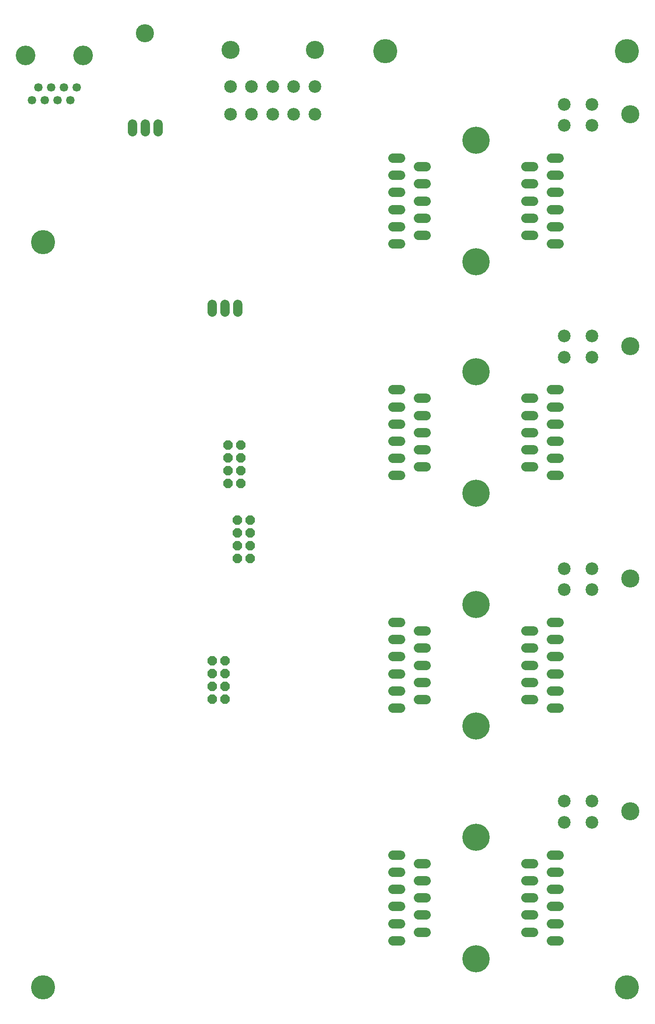
<source format=gbr>
G04 EAGLE Gerber RS-274X export*
G75*
%MOMM*%
%FSLAX34Y34*%
%LPD*%
%INSoldermask Bottom*%
%IPPOS*%
%AMOC8*
5,1,8,0,0,1.08239X$1,22.5*%
G01*
%ADD10C,4.800000*%
%ADD11C,3.600000*%
%ADD12C,1.828800*%
%ADD13C,1.689600*%
%ADD14C,3.901438*%
%ADD15P,1.979475X8X292.500000*%
%ADD16C,2.520000*%
%ADD17C,5.400000*%
%ADD18P,1.979475X8X112.500000*%


D10*
X1230000Y70000D03*
X1230000Y1930000D03*
X70000Y70000D03*
X70000Y1550000D03*
X750000Y1930000D03*
D11*
X272500Y1965000D03*
D12*
X247300Y1784720D02*
X247300Y1769480D01*
X272700Y1769480D02*
X272700Y1784720D01*
X298100Y1784720D02*
X298100Y1769480D01*
X456800Y1427120D02*
X456800Y1411880D01*
X431400Y1411880D02*
X431400Y1427120D01*
X406000Y1427120D02*
X406000Y1411880D01*
D13*
X98321Y1832459D03*
X111021Y1857859D03*
X123721Y1832459D03*
X85621Y1857859D03*
X136421Y1857859D03*
X72921Y1832459D03*
X60221Y1857859D03*
X47521Y1832459D03*
D14*
X149121Y1921359D03*
X34821Y1921359D03*
D15*
X456300Y998100D03*
X456300Y972700D03*
X456300Y947300D03*
X456300Y921900D03*
X481700Y998100D03*
X481700Y972700D03*
X481700Y947300D03*
X481700Y921900D03*
X437300Y1147100D03*
X437300Y1121700D03*
X437300Y1096300D03*
X437300Y1070900D03*
X462700Y1147100D03*
X462700Y1121700D03*
X462700Y1096300D03*
X462700Y1070900D03*
D16*
X484000Y1859500D03*
X442000Y1859500D03*
X442000Y1804500D03*
X484000Y1804500D03*
X526000Y1859500D03*
X526000Y1804500D03*
X568000Y1859500D03*
X568000Y1804500D03*
X610000Y1859500D03*
X610000Y1804500D03*
D11*
X610000Y1932500D03*
X442000Y1932500D03*
D12*
X765180Y1717090D02*
X780420Y1717090D01*
X815980Y1700072D02*
X831220Y1700072D01*
X780420Y1683054D02*
X765180Y1683054D01*
X815980Y1666036D02*
X831220Y1666036D01*
X780420Y1649018D02*
X765180Y1649018D01*
X815980Y1632000D02*
X831220Y1632000D01*
X780420Y1614982D02*
X765180Y1614982D01*
X815980Y1597964D02*
X831220Y1597964D01*
X780420Y1580946D02*
X765180Y1580946D01*
X815980Y1563928D02*
X831220Y1563928D01*
X780420Y1546910D02*
X765180Y1546910D01*
X1079580Y1546910D02*
X1094820Y1546910D01*
X1044020Y1563928D02*
X1028780Y1563928D01*
X1079580Y1580946D02*
X1094820Y1580946D01*
X1044020Y1597964D02*
X1028780Y1597964D01*
X1079580Y1614982D02*
X1094820Y1614982D01*
X1044020Y1632000D02*
X1028780Y1632000D01*
X1079580Y1649018D02*
X1094820Y1649018D01*
X1044020Y1666036D02*
X1028780Y1666036D01*
X1079580Y1683054D02*
X1094820Y1683054D01*
X1044020Y1700072D02*
X1028780Y1700072D01*
X1079580Y1717090D02*
X1094820Y1717090D01*
D16*
X1160000Y1782000D03*
X1160000Y1824000D03*
X1105000Y1824000D03*
X1105000Y1782000D03*
D11*
X1236500Y1804000D03*
D17*
X930000Y1752650D03*
X930000Y1511350D03*
D12*
X780420Y1257090D02*
X765180Y1257090D01*
X815980Y1240072D02*
X831220Y1240072D01*
X780420Y1223054D02*
X765180Y1223054D01*
X815980Y1206036D02*
X831220Y1206036D01*
X780420Y1189018D02*
X765180Y1189018D01*
X815980Y1172000D02*
X831220Y1172000D01*
X780420Y1154982D02*
X765180Y1154982D01*
X815980Y1137964D02*
X831220Y1137964D01*
X780420Y1120946D02*
X765180Y1120946D01*
X815980Y1103928D02*
X831220Y1103928D01*
X780420Y1086910D02*
X765180Y1086910D01*
X1079580Y1086910D02*
X1094820Y1086910D01*
X1044020Y1103928D02*
X1028780Y1103928D01*
X1079580Y1120946D02*
X1094820Y1120946D01*
X1044020Y1137964D02*
X1028780Y1137964D01*
X1079580Y1154982D02*
X1094820Y1154982D01*
X1044020Y1172000D02*
X1028780Y1172000D01*
X1079580Y1189018D02*
X1094820Y1189018D01*
X1044020Y1206036D02*
X1028780Y1206036D01*
X1079580Y1223054D02*
X1094820Y1223054D01*
X1044020Y1240072D02*
X1028780Y1240072D01*
X1079580Y1257090D02*
X1094820Y1257090D01*
D16*
X1160000Y1322000D03*
X1160000Y1364000D03*
X1105000Y1364000D03*
X1105000Y1322000D03*
D11*
X1236500Y1344000D03*
D17*
X930000Y1292650D03*
X930000Y1051350D03*
D12*
X780420Y795090D02*
X765180Y795090D01*
X815980Y778072D02*
X831220Y778072D01*
X780420Y761054D02*
X765180Y761054D01*
X815980Y744036D02*
X831220Y744036D01*
X780420Y727018D02*
X765180Y727018D01*
X815980Y710000D02*
X831220Y710000D01*
X780420Y692982D02*
X765180Y692982D01*
X815980Y675964D02*
X831220Y675964D01*
X780420Y658946D02*
X765180Y658946D01*
X815980Y641928D02*
X831220Y641928D01*
X780420Y624910D02*
X765180Y624910D01*
X1079580Y624910D02*
X1094820Y624910D01*
X1044020Y641928D02*
X1028780Y641928D01*
X1079580Y658946D02*
X1094820Y658946D01*
X1044020Y675964D02*
X1028780Y675964D01*
X1079580Y692982D02*
X1094820Y692982D01*
X1044020Y710000D02*
X1028780Y710000D01*
X1079580Y727018D02*
X1094820Y727018D01*
X1044020Y744036D02*
X1028780Y744036D01*
X1079580Y761054D02*
X1094820Y761054D01*
X1044020Y778072D02*
X1028780Y778072D01*
X1079580Y795090D02*
X1094820Y795090D01*
D16*
X1160000Y860000D03*
X1160000Y902000D03*
X1105000Y902000D03*
X1105000Y860000D03*
D11*
X1236500Y882000D03*
D17*
X930000Y830650D03*
X930000Y589350D03*
D12*
X780420Y333090D02*
X765180Y333090D01*
X815980Y316072D02*
X831220Y316072D01*
X780420Y299054D02*
X765180Y299054D01*
X815980Y282036D02*
X831220Y282036D01*
X780420Y265018D02*
X765180Y265018D01*
X815980Y248000D02*
X831220Y248000D01*
X780420Y230982D02*
X765180Y230982D01*
X815980Y213964D02*
X831220Y213964D01*
X780420Y196946D02*
X765180Y196946D01*
X815980Y179928D02*
X831220Y179928D01*
X780420Y162910D02*
X765180Y162910D01*
X1079580Y162910D02*
X1094820Y162910D01*
X1044020Y179928D02*
X1028780Y179928D01*
X1079580Y196946D02*
X1094820Y196946D01*
X1044020Y213964D02*
X1028780Y213964D01*
X1079580Y230982D02*
X1094820Y230982D01*
X1044020Y248000D02*
X1028780Y248000D01*
X1079580Y265018D02*
X1094820Y265018D01*
X1044020Y282036D02*
X1028780Y282036D01*
X1079580Y299054D02*
X1094820Y299054D01*
X1044020Y316072D02*
X1028780Y316072D01*
X1079580Y333090D02*
X1094820Y333090D01*
D16*
X1160000Y398000D03*
X1160000Y440000D03*
X1105000Y440000D03*
X1105000Y398000D03*
D11*
X1236500Y420000D03*
D17*
X930000Y368650D03*
X930000Y127350D03*
D18*
X431700Y642900D03*
X431700Y668300D03*
X431700Y693700D03*
X431700Y719100D03*
X406300Y642900D03*
X406300Y668300D03*
X406300Y693700D03*
X406300Y719100D03*
M02*

</source>
